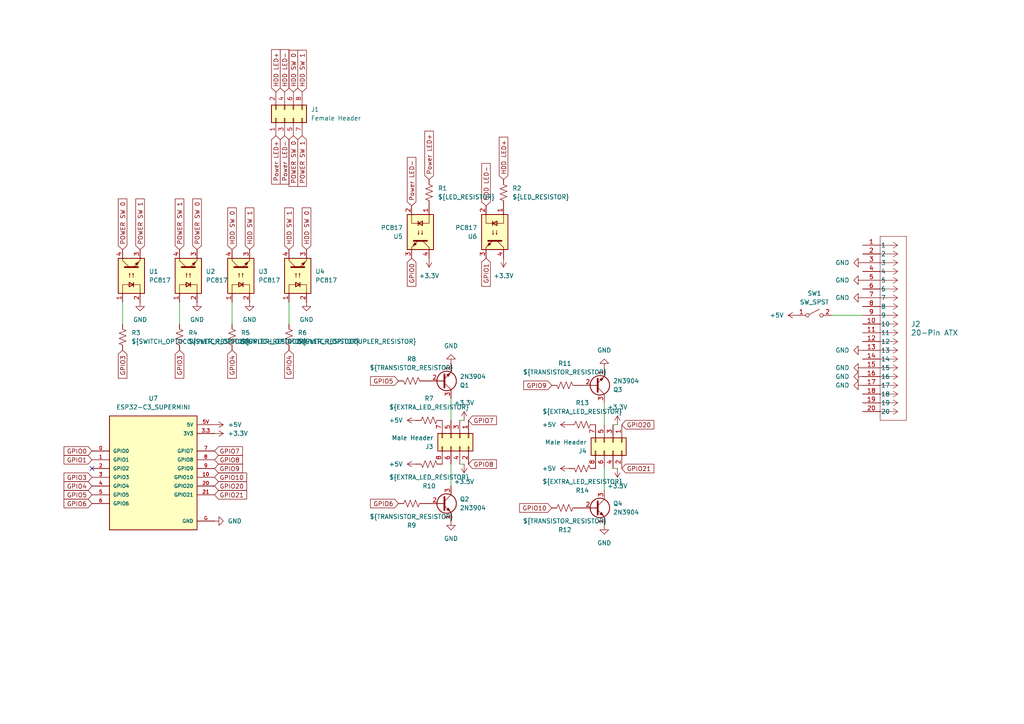
<source format=kicad_sch>
(kicad_sch (version 20231120) (generator "eeschema") (generator_version "8.0")
  (paper "A4")
  (lib_symbols
    (symbol "2024-10-11_01-11-34:2-1586041-0" (pin_names (offset 0.254))
      (property "Reference" "J" (at 8.89 6.35 0))
      (property "Value" "2-1586041-0" (at 0 0 0))
      (symbol "2-1586041-0_1_1"
        (polyline (pts (xy 5.08 -50.8) (xy 12.7 -50.8)) (stroke (width 0.127)))
        (polyline (pts (xy 5.08 2.54) (xy 5.08 -50.8)) (stroke (width 0.127)))
        (polyline (pts (xy 10.16 -48.26) (xy 5.08 -48.26)) (stroke (width 0.127)))
        (polyline (pts (xy 10.16 -48.26) (xy 8.89 -49.1067)) (stroke (width 0.127)))
        (polyline (pts (xy 10.16 -48.26) (xy 8.89 -47.4133)) (stroke (width 0.127)))
        (polyline (pts (xy 10.16 -45.72) (xy 5.08 -45.72)) (stroke (width 0.127)))
        (polyline (pts (xy 10.16 -45.72) (xy 8.89 -46.5667)) (stroke (width 0.127)))
        (polyline (pts (xy 10.16 -45.72) (xy 8.89 -44.8733)) (stroke (width 0.127)))
        (polyline (pts (xy 10.16 -43.18) (xy 5.08 -43.18)) (stroke (width 0.127)))
        (polyline (pts (xy 10.16 -43.18) (xy 8.89 -44.0267)) (stroke (width 0.127)))
        (polyline (pts (xy 10.16 -43.18) (xy 8.89 -42.3333)) (stroke (width 0.127)))
        (polyline (pts (xy 10.16 -40.64) (xy 5.08 -40.64)) (stroke (width 0.127)))
        (polyline (pts (xy 10.16 -40.64) (xy 8.89 -41.4867)) (stroke (width 0.127)))
        (polyline (pts (xy 10.16 -40.64) (xy 8.89 -39.7933)) (stroke (width 0.127)))
        (polyline (pts (xy 10.16 -38.1) (xy 5.08 -38.1)) (stroke (width 0.127)))
        (polyline (pts (xy 10.16 -38.1) (xy 8.89 -38.9467)) (stroke (width 0.127)))
        (polyline (pts (xy 10.16 -38.1) (xy 8.89 -37.2533)) (stroke (width 0.127)))
        (polyline (pts (xy 10.16 -35.56) (xy 5.08 -35.56)) (stroke (width 0.127)))
        (polyline (pts (xy 10.16 -35.56) (xy 8.89 -36.4067)) (stroke (width 0.127)))
        (polyline (pts (xy 10.16 -35.56) (xy 8.89 -34.7133)) (stroke (width 0.127)))
        (polyline (pts (xy 10.16 -33.02) (xy 5.08 -33.02)) (stroke (width 0.127)))
        (polyline (pts (xy 10.16 -33.02) (xy 8.89 -33.8667)) (stroke (width 0.127)))
        (polyline (pts (xy 10.16 -33.02) (xy 8.89 -32.1733)) (stroke (width 0.127)))
        (polyline (pts (xy 10.16 -30.48) (xy 5.08 -30.48)) (stroke (width 0.127)))
        (polyline (pts (xy 10.16 -30.48) (xy 8.89 -31.3267)) (stroke (width 0.127)))
        (polyline (pts (xy 10.16 -30.48) (xy 8.89 -29.6333)) (stroke (width 0.127)))
        (polyline (pts (xy 10.16 -27.94) (xy 5.08 -27.94)) (stroke (width 0.127)))
        (polyline (pts (xy 10.16 -27.94) (xy 8.89 -28.7867)) (stroke (width 0.127)))
        (polyline (pts (xy 10.16 -27.94) (xy 8.89 -27.0933)) (stroke (width 0.127)))
        (polyline (pts (xy 10.16 -25.4) (xy 5.08 -25.4)) (stroke (width 0.127)))
        (polyline (pts (xy 10.16 -25.4) (xy 8.89 -26.2467)) (stroke (width 0.127)))
        (polyline (pts (xy 10.16 -25.4) (xy 8.89 -24.5533)) (stroke (width 0.127)))
        (polyline (pts (xy 10.16 -22.86) (xy 5.08 -22.86)) (stroke (width 0.127)))
        (polyline (pts (xy 10.16 -22.86) (xy 8.89 -23.7067)) (stroke (width 0.127)))
        (polyline (pts (xy 10.16 -22.86) (xy 8.89 -22.0133)) (stroke (width 0.127)))
        (polyline (pts (xy 10.16 -20.32) (xy 5.08 -20.32)) (stroke (width 0.127)))
        (polyline (pts (xy 10.16 -20.32) (xy 8.89 -21.1667)) (stroke (width 0.127)))
        (polyline (pts (xy 10.16 -20.32) (xy 8.89 -19.4733)) (stroke (width 0.127)))
        (polyline (pts (xy 10.16 -17.78) (xy 5.08 -17.78)) (stroke (width 0.127)))
        (polyline (pts (xy 10.16 -17.78) (xy 8.89 -18.6267)) (stroke (width 0.127)))
        (polyline (pts (xy 10.16 -17.78) (xy 8.89 -16.9333)) (stroke (width 0.127)))
        (polyline (pts (xy 10.16 -15.24) (xy 5.08 -15.24)) (stroke (width 0.127)))
        (polyline (pts (xy 10.16 -15.24) (xy 8.89 -16.0867)) (stroke (width 0.127)))
        (polyline (pts (xy 10.16 -15.24) (xy 8.89 -14.3933)) (stroke (width 0.127)))
        (polyline (pts (xy 10.16 -12.7) (xy 5.08 -12.7)) (stroke (width 0.127)))
        (polyline (pts (xy 10.16 -12.7) (xy 8.89 -13.5467)) (stroke (width 0.127)))
        (polyline (pts (xy 10.16 -12.7) (xy 8.89 -11.8533)) (stroke (width 0.127)))
        (polyline (pts (xy 10.16 -10.16) (xy 5.08 -10.16)) (stroke (width 0.127)))
        (polyline (pts (xy 10.16 -10.16) (xy 8.89 -11.0067)) (stroke (width 0.127)))
        (polyline (pts (xy 10.16 -10.16) (xy 8.89 -9.3133)) (stroke (width 0.127)))
        (polyline (pts (xy 10.16 -7.62) (xy 5.08 -7.62)) (stroke (width 0.127)))
        (polyline (pts (xy 10.16 -7.62) (xy 8.89 -8.4667)) (stroke (width 0.127)))
        (polyline (pts (xy 10.16 -7.62) (xy 8.89 -6.7733)) (stroke (width 0.127)))
        (polyline (pts (xy 10.16 -5.08) (xy 5.08 -5.08)) (stroke (width 0.127)))
        (polyline (pts (xy 10.16 -5.08) (xy 8.89 -5.9267)) (stroke (width 0.127)))
        (polyline (pts (xy 10.16 -5.08) (xy 8.89 -4.2333)) (stroke (width 0.127)))
        (polyline (pts (xy 10.16 -2.54) (xy 5.08 -2.54)) (stroke (width 0.127)))
        (polyline (pts (xy 10.16 -2.54) (xy 8.89 -3.3867)) (stroke (width 0.127)))
        (polyline (pts (xy 10.16 -2.54) (xy 8.89 -1.6933)) (stroke (width 0.127)))
        (polyline (pts (xy 10.16 0) (xy 5.08 0)) (stroke (width 0.127)))
        (polyline (pts (xy 10.16 0) (xy 8.89 -0.8467)) (stroke (width 0.127)))
        (polyline (pts (xy 10.16 0) (xy 8.89 0.8467)) (stroke (width 0.127)))
        (polyline (pts (xy 12.7 -50.8) (xy 12.7 2.54)) (stroke (width 0.127)))
        (polyline (pts (xy 12.7 2.54) (xy 5.08 2.54)) (stroke (width 0.127)))
        (pin unspecified line (at 0 0 0) (length 5.08) (name "1") (number "1"))
        (pin unspecified line (at 0 -22.86 0) (length 5.08) (name "10") (number "10"))
        (pin unspecified line (at 0 -25.4 0) (length 5.08) (name "11") (number "11"))
        (pin unspecified line (at 0 -27.94 0) (length 5.08) (name "12") (number "12"))
        (pin unspecified line (at 0 -30.48 0) (length 5.08) (name "13") (number "13"))
        (pin unspecified line (at 0 -33.02 0) (length 5.08) (name "14") (number "14"))
        (pin unspecified line (at 0 -35.56 0) (length 5.08) (name "15") (number "15"))
        (pin unspecified line (at 0 -38.1 0) (length 5.08) (name "16") (number "16"))
        (pin unspecified line (at 0 -40.64 0) (length 5.08) (name "17") (number "17"))
        (pin unspecified line (at 0 -43.18 0) (length 5.08) (name "18") (number "18"))
        (pin unspecified line (at 0 -45.72 0) (length 5.08) (name "19") (number "19"))
        (pin unspecified line (at 0 -2.54 0) (length 5.08) (name "2") (number "2"))
        (pin unspecified line (at 0 -48.26 0) (length 5.08) (name "20") (number "20"))
        (pin unspecified line (at 0 -5.08 0) (length 5.08) (name "3") (number "3"))
        (pin unspecified line (at 0 -7.62 0) (length 5.08) (name "4") (number "4"))
        (pin unspecified line (at 0 -10.16 0) (length 5.08) (name "5") (number "5"))
        (pin unspecified line (at 0 -12.7 0) (length 5.08) (name "6") (number "6"))
        (pin unspecified line (at 0 -15.24 0) (length 5.08) (name "7") (number "7"))
        (pin unspecified line (at 0 -17.78 0) (length 5.08) (name "8") (number "8"))
        (pin unspecified line (at 0 -20.32 0) (length 5.08) (name "9") (number "9"))
      )
      (symbol "2-1586041-0_1_2"
        (polyline (pts (xy 5.08 -50.8) (xy 12.7 -50.8)) (stroke (width 0.127)))
        (polyline (pts (xy 5.08 2.54) (xy 5.08 -50.8)) (stroke (width 0.127)))
        (polyline (pts (xy 7.62 -48.26) (xy 5.08 -48.26)) (stroke (width 0.127)))
        (polyline (pts (xy 7.62 -48.26) (xy 8.89 -49.1067)) (stroke (width 0.127)))
        (polyline (pts (xy 7.62 -48.26) (xy 8.89 -47.4133)) (stroke (width 0.127)))
        (polyline (pts (xy 7.62 -45.72) (xy 5.08 -45.72)) (stroke (width 0.127)))
        (polyline (pts (xy 7.62 -45.72) (xy 8.89 -46.5667)) (stroke (width 0.127)))
        (polyline (pts (xy 7.62 -45.72) (xy 8.89 -44.8733)) (stroke (width 0.127)))
        (polyline (pts (xy 7.62 -43.18) (xy 5.08 -43.18)) (stroke (width 0.127)))
        (polyline (pts (xy 7.62 -43.18) (xy 8.89 -44.0267)) (stroke (width 0.127)))
        (polyline (pts (xy 7.62 -43.18) (xy 8.89 -42.3333)) (stroke (width 0.127)))
        (polyline (pts (xy 7.62 -40.64) (xy 5.08 -40.64)) (stroke (width 0.127)))
        (polyline (pts (xy 7.62 -40.64) (xy 8.89 -41.4867)) (stroke (width 0.127)))
        (polyline (pts (xy 7.62 -40.64) (xy 8.89 -39.7933)) (stroke (width 0.127)))
        (polyline (pts (xy 7.62 -38.1) (xy 5.08 -38.1)) (stroke (width 0.127)))
        (polyline (pts (xy 7.62 -38.1) (xy 8.89 -38.9467)) (stroke (width 0.127)))
        (polyline (pts (xy 7.62 -38.1) (xy 8.89 -37.2533)) (stroke (width 0.127)))
        (polyline (pts (xy 7.62 -35.56) (xy 5.08 -35.56)) (stroke (width 0.127)))
        (polyline (pts (xy 7.62 -35.56) (xy 8.89 -36.4067)) (stroke (width 0.127)))
        (polyline (pts (xy 7.62 -35.56) (xy 8.89 -34.7133)) (stroke (width 0.127)))
        (polyline (pts (xy 7.62 -33.02) (xy 5.08 -33.02)) (stroke (width 0.127)))
        (polyline (pts (xy 7.62 -33.02) (xy 8.89 -33.8667)) (stroke (width 0.127)))
        (polyline (pts (xy 7.62 -33.02) (xy 8.89 -32.1733)) (stroke (width 0.127)))
        (polyline (pts (xy 7.62 -30.48) (xy 5.08 -30.48)) (stroke (width 0.127)))
        (polyline (pts (xy 7.62 -30.48) (xy 8.89 -31.3267)) (stroke (width 0.127)))
        (polyline (pts (xy 7.62 -30.48) (xy 8.89 -29.6333)) (stroke (width 0.127)))
        (polyline (pts (xy 7.62 -27.94) (xy 5.08 -27.94)) (stroke (width 0.127)))
        (polyline (pts (xy 7.62 -27.94) (xy 8.89 -28.7867)) (stroke (width 0.127)))
        (polyline (pts (xy 7.62 -27.94) (xy 8.89 -27.0933)) (stroke (width 0.127)))
        (polyline (pts (xy 7.62 -25.4) (xy 5.08 -25.4)) (stroke (width 0.127)))
        (polyline (pts (xy 7.62 -25.4) (xy 8.89 -26.2467)) (stroke (width 0.127)))
        (polyline (pts (xy 7.62 -25.4) (xy 8.89 -24.5533)) (stroke (width 0.127)))
        (polyline (pts (xy 7.62 -22.86) (xy 5.08 -22.86)) (stroke (width 0.127)))
        (polyline (pts (xy 7.62 -22.86) (xy 8.89 -23.7067)) (stroke (width 0.127)))
        (polyline (pts (xy 7.62 -22.86) (xy 8.89 -22.0133)) (stroke (width 0.127)))
        (polyline (pts (xy 7.62 -20.32) (xy 5.08 -20.32)) (stroke (width 0.127)))
        (polyline (pts (xy 7.62 -20.32) (xy 8.89 -21.1667)) (stroke (width 0.127)))
        (polyline (pts (xy 7.62 -20.32) (xy 8.89 -19.4733)) (stroke (width 0.127)))
        (polyline (pts (xy 7.62 -17.78) (xy 5.08 -17.78)) (stroke (width 0.127)))
        (polyline (pts (xy 7.62 -17.78) (xy 8.89 -18.6267)) (stroke (width 0.127)))
        (polyline (pts (xy 7.62 -17.78) (xy 8.89 -16.9333)) (stroke (width 0.127)))
        (polyline (pts (xy 7.62 -15.24) (xy 5.08 -15.24)) (stroke (width 0.127)))
        (polyline (pts (xy 7.62 -15.24) (xy 8.89 -16.0867)) (stroke (width 0.127)))
        (polyline (pts (xy 7.62 -15.24) (xy 8.89 -14.3933)) (stroke (width 0.127)))
        (polyline (pts (xy 7.62 -12.7) (xy 5.08 -12.7)) (stroke (width 0.127)))
        (polyline (pts (xy 7.62 -12.7) (xy 8.89 -13.5467)) (stroke (width 0.127)))
        (polyline (pts (xy 7.62 -12.7) (xy 8.89 -11.8533)) (stroke (width 0.127)))
        (polyline (pts (xy 7.62 -10.16) (xy 5.08 -10.16)) (stroke (width 0.127)))
        (polyline (pts (xy 7.62 -10.16) (xy 8.89 -11.0067)) (stroke (width 0.127)))
        (polyline (pts (xy 7.62 -10.16) (xy 8.89 -9.3133)) (stroke (width 0.127)))
        (polyline (pts (xy 7.62 -7.62) (xy 5.08 -7.62)) (stroke (width 0.127)))
        (polyline (pts (xy 7.62 -7.62) (xy 8.89 -8.4667)) (stroke (width 0.127)))
        (polyline (pts (xy 7.62 -7.62) (xy 8.89 -6.7733)) (stroke (width 0.127)))
        (polyline (pts (xy 7.62 -5.08) (xy 5.08 -5.08)) (stroke (width 0.127)))
        (polyline (pts (xy 7.62 -5.08) (xy 8.89 -5.9267)) (stroke (width 0.127)))
        (polyline (pts (xy 7.62 -5.08) (xy 8.89 -4.2333)) (stroke (width 0.127)))
        (polyline (pts (xy 7.62 -2.54) (xy 5.08 -2.54)) (stroke (width 0.127)))
        (polyline (pts (xy 7.62 -2.54) (xy 8.89 -3.3867)) (stroke (width 0.127)))
        (polyline (pts (xy 7.62 -2.54) (xy 8.89 -1.6933)) (stroke (width 0.127)))
        (polyline (pts (xy 7.62 0) (xy 5.08 0)) (stroke (width 0.127)))
        (polyline (pts (xy 7.62 0) (xy 8.89 -0.8467)) (stroke (width 0.127)))
        (polyline (pts (xy 7.62 0) (xy 8.89 0.8467)) (stroke (width 0.127)))
        (polyline (pts (xy 12.7 -50.8) (xy 12.7 2.54)) (stroke (width 0.127)))
        (polyline (pts (xy 12.7 2.54) (xy 5.08 2.54)) (stroke (width 0.127)))
        (pin unspecified line (at 0 0 0) (length 5.08) (name "1") (number "1"))
        (pin unspecified line (at 0 -22.86 0) (length 5.08) (name "10") (number "10"))
        (pin unspecified line (at 0 -25.4 0) (length 5.08) (name "11") (number "11"))
        (pin unspecified line (at 0 -27.94 0) (length 5.08) (name "12") (number "12"))
        (pin unspecified line (at 0 -30.48 0) (length 5.08) (name "13") (number "13"))
        (pin unspecified line (at 0 -33.02 0) (length 5.08) (name "14") (number "14"))
        (pin unspecified line (at 0 -35.56 0) (length 5.08) (name "15") (number "15"))
        (pin unspecified line (at 0 -38.1 0) (length 5.08) (name "16") (number "16"))
        (pin unspecified line (at 0 -40.64 0) (length 5.08) (name "17") (number "17"))
        (pin unspecified line (at 0 -43.18 0) (length 5.08) (name "18") (number "18"))
        (pin unspecified line (at 0 -45.72 0) (length 5.08) (name "19") (number "19"))
        (pin unspecified line (at 0 -2.54 0) (length 5.08) (name "2") (number "2"))
        (pin unspecified line (at 0 -48.26 0) (length 5.08) (name "20") (number "20"))
        (pin unspecified line (at 0 -5.08 0) (length 5.08) (name "3") (number "3"))
        (pin unspecified line (at 0 -7.62 0) (length 5.08) (name "4") (number "4"))
        (pin unspecified line (at 0 -10.16 0) (length 5.08) (name "5") (number "5"))
        (pin unspecified line (at 0 -12.7 0) (length 5.08) (name "6") (number "6"))
        (pin unspecified line (at 0 -15.24 0) (length 5.08) (name "7") (number "7"))
        (pin unspecified line (at 0 -17.78 0) (length 5.08) (name "8") (number "8"))
        (pin unspecified line (at 0 -20.32 0) (length 5.08) (name "9") (number "9"))
      )
    )
    (symbol "Connector_Generic:Conn_02x04_Odd_Even" (pin_names (offset 1.016) hide)
      (property "Reference" "J" (at 1.27 5.08 0))
      (property "Value" "Conn_02x04_Odd_Even" (at 1.27 -7.62 0))
      (symbol "Conn_02x04_Odd_Even_1_1"
        (rectangle (start -1.27 -4.953) (end 0 -5.207) (stroke (width 0.1524)))
        (rectangle (start -1.27 -2.413) (end 0 -2.667) (stroke (width 0.1524)))
        (rectangle (start -1.27 0.127) (end 0 -0.127) (stroke (width 0.1524)))
        (rectangle (start -1.27 2.667) (end 0 2.413) (stroke (width 0.1524)))
        (rectangle (start -1.27 3.81) (end 3.81 -6.35) (stroke (width 0.254)) (fill (type background)))
        (rectangle (start 3.81 -4.953) (end 2.54 -5.207) (stroke (width 0.1524)))
        (rectangle (start 3.81 -2.413) (end 2.54 -2.667) (stroke (width 0.1524)))
        (rectangle (start 3.81 0.127) (end 2.54 -0.127) (stroke (width 0.1524)))
        (rectangle (start 3.81 2.667) (end 2.54 2.413) (stroke (width 0.1524)))
        (pin passive line (at -5.08 2.54 0) (length 3.81) (name "Pin_1") (number "1"))
        (pin passive line (at 7.62 2.54 180) (length 3.81) (name "Pin_2") (number "2"))
        (pin passive line (at -5.08 0 0) (length 3.81) (name "Pin_3") (number "3"))
        (pin passive line (at 7.62 0 180) (length 3.81) (name "Pin_4") (number "4"))
        (pin passive line (at -5.08 -2.54 0) (length 3.81) (name "Pin_5") (number "5"))
        (pin passive line (at 7.62 -2.54 180) (length 3.81) (name "Pin_6") (number "6"))
        (pin passive line (at -5.08 -5.08 0) (length 3.81) (name "Pin_7") (number "7"))
        (pin passive line (at 7.62 -5.08 180) (length 3.81) (name "Pin_8") (number "8"))
      )
    )
    (symbol "Device:R_US" (pin_numbers hide) (pin_names (offset 0))
      (property "Reference" "R" (at 2.54 0 90))
      (property "Value" "R_US" (at -2.54 0 90))
      (symbol "R_US_0_1"
        (polyline (pts (xy 0 -2.286) (xy 0 -2.54)))
        (polyline (pts (xy 0 2.286) (xy 0 2.54)))
        (polyline (pts (xy 0 -0.762) (xy 1.016 -1.143) (xy 0 -1.524) (xy -1.016 -1.905) (xy 0 -2.286)))
        (polyline (pts (xy 0 0.762) (xy 1.016 0.381) (xy 0 0) (xy -1.016 -0.381) (xy 0 -0.762)))
        (polyline (pts (xy 0 2.286) (xy 1.016 1.905) (xy 0 1.524) (xy -1.016 1.143) (xy 0 0.762)))
      )
      (symbol "R_US_1_1"
        (pin passive line (at 0 3.81 270) (length 1.27) (name "~") (number "1"))
        (pin passive line (at 0 -3.81 90) (length 1.27) (name "~") (number "2"))
      )
    )
    (symbol "ESP32-C3_SUPERMINI:ESP32-C3_SUPERMINI" (pin_names (offset 1.016))
      (property "Reference" "U" (at -12.7 16.002 0))
      (property "Value" "ESP32-C3_SUPERMINI" (at -12.7 -20.32 0))
      (symbol "ESP32-C3_SUPERMINI_0_0"
        (rectangle (start -12.7 -17.78) (end 12.7 15.24) (stroke (width 0.254)) (fill (type background)))
        (pin bidirectional line (at -17.78 5.08 0) (length 5.08) (name "GPIO0") (number "0"))
        (pin bidirectional line (at -17.78 2.54 0) (length 5.08) (name "GPIO1") (number "1"))
        (pin bidirectional line (at 17.78 -2.54 180) (length 5.08) (name "GPIO10") (number "10"))
        (pin bidirectional line (at -17.78 0 0) (length 5.08) (name "GPIO2") (number "2"))
        (pin bidirectional line (at 17.78 -5.08 180) (length 5.08) (name "GPIO20") (number "20"))
        (pin bidirectional line (at 17.78 -7.62 180) (length 5.08) (name "GPIO21") (number "21"))
        (pin bidirectional line (at -17.78 -2.54 0) (length 5.08) (name "GPIO3") (number "3"))
        (pin power_in line (at 17.78 10.16 180) (length 5.08) (name "3V3") (number "3.3"))
        (pin bidirectional line (at -17.78 -5.08 0) (length 5.08) (name "GPIO4") (number "4"))
        (pin bidirectional line (at -17.78 -7.62 0) (length 5.08) (name "GPIO5") (number "5"))
        (pin power_in line (at 17.78 12.7 180) (length 5.08) (name "5V") (number "5V"))
        (pin bidirectional line (at -17.78 -10.16 0) (length 5.08) (name "GPIO6") (number "6"))
        (pin bidirectional line (at 17.78 5.08 180) (length 5.08) (name "GPIO7") (number "7"))
        (pin bidirectional line (at 17.78 2.54 180) (length 5.08) (name "GPIO8") (number "8"))
        (pin bidirectional line (at 17.78 0 180) (length 5.08) (name "GPIO9") (number "9"))
        (pin power_in line (at 17.78 -15.24 180) (length 5.08) (name "GND") (number "G"))
      )
    )
    (symbol "Isolator:PC817" (pin_names (offset 1.016))
      (property "Reference" "U" (at -5.08 5.08 0))
      (property "Value" "PC817" (at 0 5.08 0))
      (symbol "PC817_0_1"
        (rectangle (start -5.08 3.81) (end 5.08 -3.81) (stroke (width 0.254)) (fill (type background)))
        (polyline (pts (xy -3.175 -0.635) (xy -1.905 -0.635)) (stroke (width 0.254)))
        (polyline (pts (xy 2.54 0.635) (xy 4.445 2.54)))
        (polyline (pts (xy 4.445 -2.54) (xy 2.54 -0.635)) (fill (type outline)))
        (polyline (pts (xy 4.445 -2.54) (xy 5.08 -2.54)))
        (polyline (pts (xy 4.445 2.54) (xy 5.08 2.54)))
        (polyline (pts (xy -5.08 2.54) (xy -2.54 2.54) (xy -2.54 -0.635)))
        (polyline (pts (xy -2.54 -0.635) (xy -2.54 -2.54) (xy -5.08 -2.54)))
        (polyline (pts (xy 2.54 1.905) (xy 2.54 -1.905) (xy 2.54 -1.905)) (stroke (width 0.508)))
        (polyline (pts (xy -2.54 -0.635) (xy -3.175 0.635) (xy -1.905 0.635) (xy -2.54 -0.635)) (stroke (width 0.254)))
        (polyline (pts (xy -0.508 -0.508) (xy 0.762 -0.508) (xy 0.381 -0.635) (xy 0.381 -0.381) (xy 0.762 -0.508)))
        (polyline (pts (xy -0.508 0.508) (xy 0.762 0.508) (xy 0.381 0.381) (xy 0.381 0.635) (xy 0.762 0.508)))
        (polyline (pts (xy 3.048 -1.651) (xy 3.556 -1.143) (xy 4.064 -2.159) (xy 3.048 -1.651) (xy 3.048 -1.651)) (fill (type outline)))
      )
      (symbol "PC817_1_1"
        (pin passive line (at -7.62 2.54 0) (length 2.54) (name "~") (number "1"))
        (pin passive line (at -7.62 -2.54 0) (length 2.54) (name "~") (number "2"))
        (pin passive line (at 7.62 -2.54 180) (length 2.54) (name "~") (number "3"))
        (pin passive line (at 7.62 2.54 180) (length 2.54) (name "~") (number "4"))
      )
    )
    (symbol "Switch:SW_SPST" (pin_names (offset 0) hide)
      (property "Reference" "SW" (at 0 3.175 0))
      (property "Value" "SW_SPST" (at 0 -2.54 0))
      (symbol "SW_SPST_0_0"
        (circle (center -2.032 0) (radius 0.508))
        (polyline (pts (xy -1.524 0.254) (xy 1.524 1.778)))
        (circle (center 2.032 0) (radius 0.508))
      )
      (symbol "SW_SPST_1_1"
        (pin passive line (at -5.08 0 0) (length 2.54) (name "A") (number "1"))
        (pin passive line (at 5.08 0 180) (length 2.54) (name "B") (number "2"))
      )
    )
    (symbol "Transistor_BJT:2N3904" (pin_names (offset 0) hide)
      (property "Reference" "Q" (at 5.08 1.905 0))
      (property "Value" "2N3904" (at 5.08 0 0))
      (symbol "2N3904_0_1"
        (polyline (pts (xy 0.635 0.635) (xy 2.54 2.54)))
        (polyline (pts (xy 0.635 -0.635) (xy 2.54 -2.54) (xy 2.54 -2.54)))
        (polyline (pts (xy 0.635 1.905) (xy 0.635 -1.905) (xy 0.635 -1.905)) (stroke (width 0.508)))
        (polyline (pts (xy 1.27 -1.778) (xy 1.778 -1.27) (xy 2.286 -2.286) (xy 1.27 -1.778) (xy 1.27 -1.778)) (fill (type outline)))
        (circle (center 1.27 0) (radius 2.8194) (stroke (width 0.254)))
      )
      (symbol "2N3904_1_1"
        (pin passive line (at 2.54 -5.08 90) (length 2.54) (name "E") (number "1"))
        (pin passive line (at -5.08 0 0) (length 5.715) (name "B") (number "2"))
        (pin passive line (at 2.54 5.08 270) (length 2.54) (name "C") (number "3"))
      )
    )
    (symbol "power:+3.3V" (power) (pin_numbers hide) (pin_names (offset 0) hide)
      (property "Value" "+3.3V" (at 0 3.556 0))
      (symbol "+3.3V_0_1"
        (polyline (pts (xy -0.762 1.27) (xy 0 2.54)))
        (polyline (pts (xy 0 0) (xy 0 2.54)))
        (polyline (pts (xy 0 2.54) (xy 0.762 1.27)))
      )
      (symbol "+3.3V_1_1"
        (pin power_in line (at 0 0 90) (length 0) (name "~") (number "1"))
      )
    )
    (symbol "power:+5V" (power) (pin_numbers hide) (pin_names (offset 0) hide)
      (property "Value" "+5V" (at 0 3.556 0))
      (symbol "+5V_0_1"
        (polyline (pts (xy -0.762 1.27) (xy 0 2.54)))
        (polyline (pts (xy 0 0) (xy 0 2.54)))
        (polyline (pts (xy 0 2.54) (xy 0.762 1.27)))
      )
      (symbol "+5V_1_1"
        (pin power_in line (at 0 0 90) (length 0) (name "~") (number "1"))
      )
    )
    (symbol "power:GND" (power) (pin_numbers hide) (pin_names (offset 0) hide)
      (property "Value" "GND" (at 0 -3.81 0))
      (symbol "GND_0_1"
        (polyline (pts (xy 0 0) (xy 0 -1.27) (xy 1.27 -1.27) (xy 0 -2.54) (xy -1.27 -1.27) (xy 0 -1.27)))
      )
      (symbol "GND_1_1"
        (pin power_in line (at 0 0 270) (length 0) (name "~") (number "1"))
      )
    )
  )
  (no_connect (at 26.67 135.89))
  (wire (pts (xy 67.31 93.98) (xy 67.31 87.63)))
  (wire (pts (xy 130.81 134.62) (xy 130.81 140.97)))
  (wire (pts (xy 134.62 134.62) (xy 133.35 134.62)))
  (wire (pts (xy 52.07 93.98) (xy 52.07 87.63)))
  (wire (pts (xy 83.82 93.98) (xy 83.82 87.63)))
  (wire (pts (xy 130.81 115.57) (xy 130.81 121.92)))
  (wire (pts (xy 179.07 135.89) (xy 177.8 135.89)))
  (wire (pts (xy 175.26 135.89) (xy 175.26 142.24)))
  (wire (pts (xy 35.56 93.98) (xy 35.56 87.63)))
  (wire (pts (xy 133.35 121.92) (xy 134.62 121.92)))
  (wire (pts (xy 177.8 123.19) (xy 179.07 123.19)))
  (wire (pts (xy 250.19 91.44) (xy 241.3 91.44)))
  (wire (pts (xy 175.26 116.84) (xy 175.26 123.19)))
  (global_label "GPIO21" (shape input) (at 180.34 135.89 0) (property "Intersheetrefs" "${INTERSHEET_REFS}" (effects (hide yes))))
  (global_label "HDD SW 0" (shape input) (at 88.9 72.39 90) (property "Intersheetrefs" "${INTERSHEET_REFS}" (effects (hide yes))))
  (global_label "HDD LED+" (shape input) (at 80.01 26.67 90) (property "Intersheetrefs" "${INTERSHEET_REFS}" (effects (hide yes))))
  (global_label "HDD LED-" (shape input) (at 140.97 59.69 90) (property "Intersheetrefs" "${INTERSHEET_REFS}" (effects (hide yes))))
  (global_label "GPIO4" (shape input) (at 83.82 101.6 270) (property "Intersheetrefs" "${INTERSHEET_REFS}" (effects (hide yes))))
  (global_label "GPIO3" (shape input) (at 35.56 101.6 270) (property "Intersheetrefs" "${INTERSHEET_REFS}" (effects (hide yes))))
  (global_label "HDD LED+" (shape input) (at 146.05 52.07 90) (property "Intersheetrefs" "${INTERSHEET_REFS}" (effects (hide yes))))
  (global_label "Power LED-" (shape input) (at 82.55 39.37 270) (property "Intersheetrefs" "${INTERSHEET_REFS}" (effects (hide yes))))
  (global_label "GPIO3" (shape input) (at 52.07 101.6 270) (property "Intersheetrefs" "${INTERSHEET_REFS}" (effects (hide yes))))
  (global_label "HDD SW 1" (shape input) (at 72.39 72.39 90) (property "Intersheetrefs" "${INTERSHEET_REFS}" (effects (hide yes))))
  (global_label "POWER SW 0" (shape input) (at 35.56 72.39 90) (property "Intersheetrefs" "${INTERSHEET_REFS}" (effects (hide yes))))
  (global_label "GPIO6" (shape input) (at 26.67 146.05 180) (property "Intersheetrefs" "${INTERSHEET_REFS}" (effects (hide yes))))
  (global_label "GPIO5" (shape input) (at 115.57 110.49 180) (property "Intersheetrefs" "${INTERSHEET_REFS}" (effects (hide yes))))
  (global_label "GPIO21" (shape input) (at 62.23 143.51 0) (property "Intersheetrefs" "${INTERSHEET_REFS}" (effects (hide yes))))
  (global_label "GPIO10" (shape input) (at 160.02 147.32 180) (property "Intersheetrefs" "${INTERSHEET_REFS}" (effects (hide yes))))
  (global_label "Power LED-" (shape input) (at 119.38 59.69 90) (property "Intersheetrefs" "${INTERSHEET_REFS}" (effects (hide yes))))
  (global_label "POWER SW 1" (shape input) (at 87.63 39.37 270) (property "Intersheetrefs" "${INTERSHEET_REFS}" (effects (hide yes))))
  (global_label "GPIO1" (shape input) (at 26.67 133.35 180) (property "Intersheetrefs" "${INTERSHEET_REFS}" (effects (hide yes))))
  (global_label "HDD SW 1" (shape input) (at 87.63 26.67 90) (property "Intersheetrefs" "${INTERSHEET_REFS}" (effects (hide yes))))
  (global_label "GPIO5" (shape input) (at 26.67 143.51 180) (property "Intersheetrefs" "${INTERSHEET_REFS}" (effects (hide yes))))
  (global_label "GPIO7" (shape input) (at 135.89 121.92 0) (property "Intersheetrefs" "${INTERSHEET_REFS}" (effects (hide yes))))
  (global_label "GPIO8" (shape input) (at 135.89 134.62 0) (property "Intersheetrefs" "${INTERSHEET_REFS}" (effects (hide yes))))
  (global_label "GPIO4" (shape input) (at 26.67 140.97 180) (property "Intersheetrefs" "${INTERSHEET_REFS}" (effects (hide yes))))
  (global_label "HDD LED-" (shape input) (at 82.55 26.67 90) (property "Intersheetrefs" "${INTERSHEET_REFS}" (effects (hide yes))))
  (global_label "GPIO9" (shape input) (at 62.23 135.89 0) (property "Intersheetrefs" "${INTERSHEET_REFS}" (effects (hide yes))))
  (global_label "GPIO9" (shape input) (at 160.02 111.76 180) (property "Intersheetrefs" "${INTERSHEET_REFS}" (effects (hide yes))))
  (global_label "POWER SW 0" (shape input) (at 85.09 39.37 270) (property "Intersheetrefs" "${INTERSHEET_REFS}" (effects (hide yes))))
  (global_label "GPIO0" (shape input) (at 26.67 130.81 180) (property "Intersheetrefs" "${INTERSHEET_REFS}" (effects (hide yes))))
  (global_label "GPIO20" (shape input) (at 180.34 123.19 0) (property "Intersheetrefs" "${INTERSHEET_REFS}" (effects (hide yes))))
  (global_label "Power LED+" (shape input) (at 80.01 39.37 270) (property "Intersheetrefs" "${INTERSHEET_REFS}" (effects (hide yes))))
  (global_label "Power LED+" (shape input) (at 124.46 52.07 90) (property "Intersheetrefs" "${INTERSHEET_REFS}" (effects (hide yes))))
  (global_label "GPIO0" (shape input) (at 119.38 74.93 270) (property "Intersheetrefs" "${INTERSHEET_REFS}" (effects (hide yes))))
  (global_label "HDD SW 1" (shape input) (at 83.82 72.39 90) (property "Intersheetrefs" "${INTERSHEET_REFS}" (effects (hide yes))))
  (global_label "GPIO8" (shape input) (at 62.23 133.35 0) (property "Intersheetrefs" "${INTERSHEET_REFS}" (effects (hide yes))))
  (global_label "GPIO10" (shape input) (at 62.23 138.43 0) (property "Intersheetrefs" "${INTERSHEET_REFS}" (effects (hide yes))))
  (global_label "GPIO7" (shape input) (at 62.23 130.81 0) (property "Intersheetrefs" "${INTERSHEET_REFS}" (effects (hide yes))))
  (global_label "GPIO20" (shape input) (at 62.23 140.97 0) (property "Intersheetrefs" "${INTERSHEET_REFS}" (effects (hide yes))))
  (global_label "GPIO4" (shape input) (at 67.31 101.6 270) (property "Intersheetrefs" "${INTERSHEET_REFS}" (effects (hide yes))))
  (global_label "POWER SW 1" (shape input) (at 40.64 72.39 90) (property "Intersheetrefs" "${INTERSHEET_REFS}" (effects (hide yes))))
  (global_label "HDD SW 0" (shape input) (at 85.09 26.67 90) (property "Intersheetrefs" "${INTERSHEET_REFS}" (effects (hide yes))))
  (global_label "POWER SW 0" (shape input) (at 57.15 72.39 90) (property "Intersheetrefs" "${INTERSHEET_REFS}" (effects (hide yes))))
  (global_label "HDD SW 0" (shape input) (at 67.31 72.39 90) (property "Intersheetrefs" "${INTERSHEET_REFS}" (effects (hide yes))))
  (global_label "GPIO3" (shape input) (at 26.67 138.43 180) (property "Intersheetrefs" "${INTERSHEET_REFS}" (effects (hide yes))))
  (global_label "GPIO6" (shape input) (at 115.57 146.05 180) (property "Intersheetrefs" "${INTERSHEET_REFS}" (effects (hide yes))))
  (global_label "POWER SW 1" (shape input) (at 52.07 72.39 90) (property "Intersheetrefs" "${INTERSHEET_REFS}" (effects (hide yes))))
  (global_label "GPIO1" (shape input) (at 140.97 74.93 270) (property "Intersheetrefs" "${INTERSHEET_REFS}" (effects (hide yes))))
  (symbol (lib_id "Isolator:PC817") (at 143.51 67.31 270) (unit 1)
    (property "Reference" "U6" (at 138.43 68.5801 90) (effects (justify right)))
    (property "Value" "PC817" (at 138.43 66.0401 90) (effects (justify right)))
    (property "Footprint" "Package_DIP:DIP-4_W7.62mm" (effects (hide yes)))
    (property "Datasheet" "http://www.soselectronic.cz/a_info/resource/d/pc817.pdf" (effects (hide yes)))
    (property "Description" "DC Optocoupler, Vce 35V, CTR 50-300%, DIP-4" (effects (hide yes)))
  )
  (symbol (lib_id "Switch:SW_SPST") (at 236.22 91.44 0) (unit 1)
    (property "Reference" "SW1" (at 236.22 85.09 0))
    (property "Value" "SW_SPST" (at 236.22 87.63 0))
    (property "Footprint" "KiCad Assets:SW_RB141C1100" (effects (hide yes)))
    (property "Description" "Single Pole Single Throw (SPST) switch" (effects (hide yes)))
  )
  (symbol (lib_id "Device:R_US") (at 168.91 135.89 90) (mirror x) (unit 1)
    (property "Reference" "R14" (at 168.91 142.24 90))
    (property "Value" "${EXTRA_LED_RESISTOR}" (at 168.91 139.7 90))
    (property "Footprint" "Resistor_THT:R_Axial_DIN0207_L6.3mm_D2.5mm_P10.16mm_Horizontal" (effects (hide yes)))
    (property "Description" "Resistor, US symbol" (effects (hide yes)))
  )
  (symbol (lib_id "power:GND") (at 88.9 87.63 0) (unit 1)
    (property "Reference" "#PWR017" (effects (hide yes)))
    (property "Value" "GND" (at 88.9 92.71 0))
    (property "Description" "Power symbol creates a global label with name \"GND\" , ground" (effects (hide yes)))
  )
  (symbol (lib_id "power:GND") (at 57.15 87.63 0) (unit 1)
    (property "Reference" "#PWR015" (effects (hide yes)))
    (property "Value" "GND" (at 57.15 92.71 0))
    (property "Description" "Power symbol creates a global label with name \"GND\" , ground" (effects (hide yes)))
  )
  (symbol (lib_id "power:GND") (at 250.19 106.68 270) (unit 1)
    (property "Reference" "#PWR05" (effects (hide yes)))
    (property "Value" "GND" (at 246.38 106.6799 90) (effects (justify right)))
    (property "Description" "Power symbol creates a global label with name \"GND\" , ground" (effects (hide yes)))
  )
  (symbol (lib_id "Device:R_US") (at 83.82 97.79 0) (unit 1)
    (property "Reference" "R6" (at 86.36 96.5199 0) (effects (justify left)))
    (property "Value" "${SWITCH_OPTOCOUPLER_RESISTOR}" (at 86.36 99.0599 0) (effects (justify left)))
    (property "Footprint" "Resistor_THT:R_Axial_DIN0207_L6.3mm_D2.5mm_P10.16mm_Horizontal" (effects (hide yes)))
    (property "Description" "Resistor, US symbol" (effects (hide yes)))
  )
  (symbol (lib_id "power:GND") (at 250.19 111.76 270) (unit 1)
    (property "Reference" "#PWR08" (effects (hide yes)))
    (property "Value" "GND" (at 246.38 111.7599 90) (effects (justify right)))
    (property "Description" "Power symbol creates a global label with name \"GND\" , ground" (effects (hide yes)))
  )
  (symbol (lib_id "Connector_Generic:Conn_02x04_Odd_Even") (at 177.8 128.27 270) (unit 1)
    (property "Reference" "J4" (at 170.18 130.8101 90) (effects (justify right)))
    (property "Value" "Male Header" (at 170.18 128.2701 90) (effects (justify right)))
    (property "Footprint" "Connector_PinHeader_2.54mm:PinHeader_2x04_P2.54mm_Horizontal" (effects (hide yes)))
    (property "Description" "Generic connector, double row, 02x04, odd/even pin numbering scheme (row 1 odd numbers, row 2 even numbers), script generated (kicad-library-utils/schlib/autogen/connector/)" (effects (hide yes)))
  )
  (symbol (lib_id "Isolator:PC817") (at 121.92 67.31 270) (unit 1)
    (property "Reference" "U5" (at 116.84 68.5801 90) (effects (justify right)))
    (property "Value" "PC817" (at 116.84 66.0401 90) (effects (justify right)))
    (property "Footprint" "Package_DIP:DIP-4_W7.62mm" (effects (hide yes)))
    (property "Datasheet" "http://www.soselectronic.cz/a_info/resource/d/pc817.pdf" (effects (hide yes)))
    (property "Description" "DC Optocoupler, Vce 35V, CTR 50-300%, DIP-4" (effects (hide yes)))
  )
  (symbol (lib_id "Connector_Generic:Conn_02x04_Odd_Even") (at 133.35 127 270) (unit 1)
    (property "Reference" "J3" (at 125.73 129.5401 90) (effects (justify right)))
    (property "Value" "Male Header" (at 125.73 127.0001 90) (effects (justify right)))
    (property "Footprint" "Connector_PinHeader_2.54mm:PinHeader_2x04_P2.54mm_Horizontal" (effects (hide yes)))
    (property "Description" "Generic connector, double row, 02x04, odd/even pin numbering scheme (row 1 odd numbers, row 2 even numbers), script generated (kicad-library-utils/schlib/autogen/connector/)" (effects (hide yes)))
  )
  (symbol (lib_id "power:+5V") (at 165.1 123.19 90) (mirror x) (unit 1)
    (property "Reference" "#PWR024" (effects (hide yes)))
    (property "Value" "+5V" (at 161.29 123.1899 90) (effects (justify left)))
    (property "Description" "Power symbol creates a global label with name \"+5V\"" (effects (hide yes)))
  )
  (symbol (lib_id "Isolator:PC817") (at 38.1 80.01 90) (unit 1)
    (property "Reference" "U1" (at 43.18 78.7399 90) (effects (justify right)))
    (property "Value" "PC817" (at 43.18 81.2799 90) (effects (justify right)))
    (property "Footprint" "Package_DIP:DIP-4_W7.62mm" (effects (hide yes)))
    (property "Datasheet" "http://www.soselectronic.cz/a_info/resource/d/pc817.pdf" (effects (hide yes)))
    (property "Description" "DC Optocoupler, Vce 35V, CTR 50-300%, DIP-4" (effects (hide yes)))
  )
  (symbol (lib_id "power:GND") (at 40.64 87.63 0) (unit 1)
    (property "Reference" "#PWR014" (effects (hide yes)))
    (property "Value" "GND" (at 40.64 92.71 0))
    (property "Description" "Power symbol creates a global label with name \"GND\" , ground" (effects (hide yes)))
  )
  (symbol (lib_id "2024-10-11_01-11-34:2-1586041-0") (at 250.19 71.12 0) (unit 1)
    (property "Reference" "J2" (at 264.16 93.9799 0) (effects (font (size 1.524 1.524)) (justify left)))
    (property "Value" "20-Pin ATX" (at 264.16 96.5199 0) (effects (font (size 1.524 1.524)) (justify left)))
    (property "Footprint" "KiCad Assets:CONN_2-1586041-0_TYCO" (effects (hide yes)))
    (property "Datasheet" "2-1586041-0" (effects (hide yes)))
  )
  (symbol (lib_id "Transistor_BJT:2N3904") (at 172.72 147.32 0) (unit 1)
    (property "Reference" "Q4" (at 177.8 146.0499 0) (effects (justify left)))
    (property "Value" "2N3904" (at 177.8 148.5899 0) (effects (justify left)))
    (property "Footprint" "Package_TO_SOT_THT:TO-92_HandSolder" (effects (hide yes)))
    (property "Datasheet" "https://www.onsemi.com/pub/Collateral/2N3903-D.PDF" (effects (hide yes)))
    (property "Description" "0.2A Ic, 40V Vce, Small Signal NPN Transistor, TO-92" (effects (hide yes)))
  )
  (symbol (lib_id "power:+3.3V") (at 134.62 121.92 0) (unit 1)
    (property "Reference" "#PWR022" (effects (hide yes)))
    (property "Value" "+3.3V" (at 134.62 116.84 0))
    (property "Description" "Power symbol creates a global label with name \"+3.3V\"" (effects (hide yes)))
  )
  (symbol (lib_id "power:+3.3V") (at 179.07 135.89 0) (mirror x) (unit 1)
    (property "Reference" "#PWR029" (effects (hide yes)))
    (property "Value" "+3.3V" (at 179.07 140.97 0))
    (property "Description" "Power symbol creates a global label with name \"+3.3V\"" (effects (hide yes)))
  )
  (symbol (lib_id "power:+5V") (at 231.14 91.44 90) (unit 1)
    (property "Reference" "#PWR010" (effects (hide yes)))
    (property "Value" "+5V" (at 227.33 91.4399 90) (effects (justify left)))
    (property "Description" "Power symbol creates a global label with name \"+5V\"" (effects (hide yes)))
  )
  (symbol (lib_id "Isolator:PC817") (at 86.36 80.01 90) (unit 1)
    (property "Reference" "U4" (at 91.44 78.7399 90) (effects (justify right)))
    (property "Value" "PC817" (at 91.44 81.2799 90) (effects (justify right)))
    (property "Footprint" "Package_DIP:DIP-4_W7.62mm" (effects (hide yes)))
    (property "Datasheet" "http://www.soselectronic.cz/a_info/resource/d/pc817.pdf" (effects (hide yes)))
    (property "Description" "DC Optocoupler, Vce 35V, CTR 50-300%, DIP-4" (effects (hide yes)))
  )
  (symbol (lib_id "Device:R_US") (at 124.46 121.92 90) (unit 1)
    (property "Reference" "R7" (at 124.46 115.57 90))
    (property "Value" "${EXTRA_LED_RESISTOR}" (at 124.46 118.11 90))
    (property "Footprint" "Resistor_THT:R_Axial_DIN0207_L6.3mm_D2.5mm_P10.16mm_Horizontal" (effects (hide yes)))
    (property "Description" "Resistor, US symbol" (effects (hide yes)))
  )
  (symbol (lib_id "power:GND") (at 175.26 106.68 180) (unit 1)
    (property "Reference" "#PWR026" (effects (hide yes)))
    (property "Value" "GND" (at 175.26 101.6 0))
    (property "Description" "Power symbol creates a global label with name \"GND\" , ground" (effects (hide yes)))
  )
  (symbol (lib_id "power:GND") (at 130.81 151.13 0) (mirror y) (unit 1)
    (property "Reference" "#PWR021" (effects (hide yes)))
    (property "Value" "GND" (at 130.81 156.21 0))
    (property "Description" "Power symbol creates a global label with name \"GND\" , ground" (effects (hide yes)))
  )
  (symbol (lib_id "power:GND") (at 250.19 81.28 270) (unit 1)
    (property "Reference" "#PWR04" (effects (hide yes)))
    (property "Value" "GND" (at 246.38 81.2799 90) (effects (justify right)))
    (property "Description" "Power symbol creates a global label with name \"GND\" , ground" (effects (hide yes)))
  )
  (symbol (lib_id "Device:R_US") (at 119.38 146.05 270) (unit 1)
    (property "Reference" "R9" (at 119.38 152.4 90))
    (property "Value" "${TRANSISTOR_RESISTOR}" (at 119.38 149.86 90))
    (property "Footprint" "Resistor_THT:R_Axial_DIN0207_L6.3mm_D2.5mm_P10.16mm_Horizontal" (effects (hide yes)))
    (property "Description" "Resistor, US symbol" (effects (hide yes)))
  )
  (symbol (lib_id "Device:R_US") (at 124.46 55.88 0) (unit 1)
    (property "Reference" "R1" (at 127 54.6099 0) (effects (justify left)))
    (property "Value" "${LED_RESISTOR}" (at 127 57.1499 0) (effects (justify left)))
    (property "Footprint" "Resistor_THT:R_Axial_DIN0207_L6.3mm_D2.5mm_P10.16mm_Horizontal" (effects (hide yes)))
    (property "Description" "Resistor, US symbol" (effects (hide yes)))
  )
  (symbol (lib_id "power:GND") (at 250.19 109.22 270) (unit 1)
    (property "Reference" "#PWR07" (effects (hide yes)))
    (property "Value" "GND" (at 246.38 109.2199 90) (effects (justify right)))
    (property "Description" "Power symbol creates a global label with name \"GND\" , ground" (effects (hide yes)))
  )
  (symbol (lib_id "power:GND") (at 62.23 151.13 90) (unit 1)
    (property "Reference" "#PWR03" (effects (hide yes)))
    (property "Value" "GND" (at 66.04 151.1299 90) (effects (justify right)))
    (property "Description" "Power symbol creates a global label with name \"GND\" , ground" (effects (hide yes)))
  )
  (symbol (lib_id "power:GND") (at 175.26 152.4 0) (mirror y) (unit 1)
    (property "Reference" "#PWR027" (effects (hide yes)))
    (property "Value" "GND" (at 175.26 157.48 0))
    (property "Description" "Power symbol creates a global label with name \"GND\" , ground" (effects (hide yes)))
  )
  (symbol (lib_id "Isolator:PC817") (at 69.85 80.01 90) (unit 1)
    (property "Reference" "U3" (at 74.93 78.7399 90) (effects (justify right)))
    (property "Value" "PC817" (at 74.93 81.2799 90) (effects (justify right)))
    (property "Footprint" "Package_DIP:DIP-4_W7.62mm" (effects (hide yes)))
    (property "Datasheet" "http://www.soselectronic.cz/a_info/resource/d/pc817.pdf" (effects (hide yes)))
    (property "Description" "DC Optocoupler, Vce 35V, CTR 50-300%, DIP-4" (effects (hide yes)))
  )
  (symbol (lib_id "power:GND") (at 250.19 101.6 270) (unit 1)
    (property "Reference" "#PWR02" (effects (hide yes)))
    (property "Value" "GND" (at 246.38 101.5999 90) (effects (justify right)))
    (property "Description" "Power symbol creates a global label with name \"GND\" , ground" (effects (hide yes)))
  )
  (symbol (lib_id "Device:R_US") (at 163.83 147.32 270) (unit 1)
    (property "Reference" "R12" (at 163.83 153.67 90))
    (property "Value" "${TRANSISTOR_RESISTOR}" (at 163.83 151.13 90))
    (property "Footprint" "Resistor_THT:R_Axial_DIN0207_L6.3mm_D2.5mm_P10.16mm_Horizontal" (effects (hide yes)))
    (property "Description" "Resistor, US symbol" (effects (hide yes)))
  )
  (symbol (lib_id "Device:R_US") (at 52.07 97.79 0) (unit 1)
    (property "Reference" "R4" (at 54.61 96.5199 0) (effects (justify left)))
    (property "Value" "${SWITCH_OPTOCOUPLER_RESISTOR}" (at 54.61 99.0599 0) (effects (justify left)))
    (property "Footprint" "Resistor_THT:R_Axial_DIN0207_L6.3mm_D2.5mm_P10.16mm_Horizontal" (effects (hide yes)))
    (property "Description" "Resistor, US symbol" (effects (hide yes)))
  )
  (symbol (lib_id "power:+5V") (at 62.23 123.19 270) (unit 1)
    (property "Reference" "#PWR09" (effects (hide yes)))
    (property "Value" "+5V" (at 66.04 123.1899 90) (effects (justify left)))
    (property "Description" "Power symbol creates a global label with name \"+5V\"" (effects (hide yes)))
  )
  (symbol (lib_id "Device:R_US") (at 124.46 134.62 90) (mirror x) (unit 1)
    (property "Reference" "R10" (at 124.46 140.97 90))
    (property "Value" "${EXTRA_LED_RESISTOR}" (at 124.46 138.43 90))
    (property "Footprint" "Resistor_THT:R_Axial_DIN0207_L6.3mm_D2.5mm_P10.16mm_Horizontal" (effects (hide yes)))
    (property "Description" "Resistor, US symbol" (effects (hide yes)))
  )
  (symbol (lib_id "Device:R_US") (at 163.83 111.76 270) (mirror x) (unit 1)
    (property "Reference" "R11" (at 163.83 105.41 90))
    (property "Value" "${TRANSISTOR_RESISTOR}" (at 163.83 107.95 90))
    (property "Footprint" "Resistor_THT:R_Axial_DIN0207_L6.3mm_D2.5mm_P10.16mm_Horizontal" (effects (hide yes)))
    (property "Description" "Resistor, US symbol" (effects (hide yes)))
  )
  (symbol (lib_id "power:GND") (at 130.81 105.41 180) (unit 1)
    (property "Reference" "#PWR019" (effects (hide yes)))
    (property "Value" "GND" (at 130.81 100.33 0))
    (property "Description" "Power symbol creates a global label with name \"GND\" , ground" (effects (hide yes)))
  )
  (symbol (lib_id "ESP32-C3_SUPERMINI:ESP32-C3_SUPERMINI") (at 44.45 135.89 0) (unit 1)
    (property "Reference" "U7" (at 44.45 115.57 0))
    (property "Value" "ESP32-C3_SUPERMINI" (at 44.45 118.11 0))
    (property "Footprint" "KiCad Assets:MODULE_ESP32-C3_SUPERMINI" (effects (hide yes)))
    (property "MF" "Espressif Systems" (effects (hide yes)))
    (property "MAXIMUM_PACKAGE_HEIGHT" "4.2mm" (effects (hide yes)))
    (property "Package" "Package" (effects (hide yes)))
    (property "Price" "None" (effects (hide yes)))
    (property "Check_prices" "https://www.snapeda.com/parts/ESP32-C3%20SuperMini_TH/Espressif+Systems/view-part/?ref=eda" (effects (hide yes)))
    (property "STANDARD" "Manufacturer Recommendations" (effects (hide yes)))
    (property "SnapEDA_Link" "https://www.snapeda.com/parts/ESP32-C3%20SuperMini_TH/Espressif+Systems/view-part/?ref=snap" (effects (hide yes)))
    (property "MP" "ESP32-C3 SuperMini_TH" (effects (hide yes)))
    (property "Description_1" "\nSuper tiny ESP32-C3 board\n" (effects (hide yes)))
    (property "Availability" "Not in stock" (effects (hide yes)))
    (property "MANUFACTURER" "Espressif" (effects (hide yes)))
  )
  (symbol (lib_id "power:+3.3V") (at 62.23 125.73 270) (unit 1)
    (property "Reference" "#PWR011" (effects (hide yes)))
    (property "Value" "+3.3V" (at 66.04 125.7299 90) (effects (justify left)))
    (property "Description" "Power symbol creates a global label with name \"+3.3V\"" (effects (hide yes)))
  )
  (symbol (lib_id "Device:R_US") (at 119.38 110.49 270) (mirror x) (unit 1)
    (property "Reference" "R8" (at 119.38 104.14 90))
    (property "Value" "${TRANSISTOR_RESISTOR}" (at 119.38 106.68 90))
    (property "Footprint" "Resistor_THT:R_Axial_DIN0207_L6.3mm_D2.5mm_P10.16mm_Horizontal" (effects (hide yes)))
    (property "Description" "Resistor, US symbol" (effects (hide yes)))
  )
  (symbol (lib_id "power:+5V") (at 120.65 134.62 90) (unit 1)
    (property "Reference" "#PWR020" (effects (hide yes)))
    (property "Value" "+5V" (at 116.84 134.6201 90) (effects (justify left)))
    (property "Description" "Power symbol creates a global label with name \"+5V\"" (effects (hide yes)))
  )
  (symbol (lib_id "Isolator:PC817") (at 54.61 80.01 90) (unit 1)
    (property "Reference" "U2" (at 59.69 78.7399 90) (effects (justify right)))
    (property "Value" "PC817" (at 59.69 81.2799 90) (effects (justify right)))
    (property "Footprint" "Package_DIP:DIP-4_W7.62mm" (effects (hide yes)))
    (property "Datasheet" "http://www.soselectronic.cz/a_info/resource/d/pc817.pdf" (effects (hide yes)))
    (property "Description" "DC Optocoupler, Vce 35V, CTR 50-300%, DIP-4" (effects (hide yes)))
  )
  (symbol (lib_id "power:GND") (at 250.19 86.36 270) (unit 1)
    (property "Reference" "#PWR06" (effects (hide yes)))
    (property "Value" "GND" (at 246.38 86.3599 90) (effects (justify right)))
    (property "Description" "Power symbol creates a global label with name \"GND\" , ground" (effects (hide yes)))
  )
  (symbol (lib_id "Device:R_US") (at 67.31 97.79 0) (unit 1)
    (property "Reference" "R5" (at 69.85 96.5199 0) (effects (justify left)))
    (property "Value" "${SWITCH_OPTOCOUPLER_RESISTOR}" (at 69.85 99.0599 0) (effects (justify left)))
    (property "Footprint" "Resistor_THT:R_Axial_DIN0207_L6.3mm_D2.5mm_P10.16mm_Horizontal" (effects (hide yes)))
    (property "Description" "Resistor, US symbol" (effects (hide yes)))
  )
  (symbol (lib_id "Connector_Generic:Conn_02x04_Odd_Even") (at 82.55 34.29 90) (unit 1)
    (property "Reference" "J1" (at 90.17 31.7499 90) (effects (justify right)))
    (property "Value" "Female Header" (at 90.17 34.2899 90) (effects (justify right)))
    (property "Footprint" "Connector_PinSocket_2.54mm:PinSocket_2x04_P2.54mm_Horizontal" (effects (hide yes)))
    (property "Description" "Generic connector, double row, 02x04, odd/even pin numbering scheme (row 1 odd numbers, row 2 even numbers), script generated (kicad-library-utils/schlib/autogen/connector/)" (effects (hide yes)))
  )
  (symbol (lib_id "power:+3.3V") (at 134.62 134.62 0) (mirror x) (unit 1)
    (property "Reference" "#PWR023" (effects (hide yes)))
    (property "Value" "+3.3V" (at 134.62 139.7 0))
    (property "Description" "Power symbol creates a global label with name \"+3.3V\"" (effects (hide yes)))
  )
  (symbol (lib_id "Transistor_BJT:2N3904") (at 172.72 111.76 0) (mirror x) (unit 1)
    (property "Reference" "Q3" (at 177.8 113.0301 0) (effects (justify left)))
    (property "Value" "2N3904" (at 177.8 110.4901 0) (effects (justify left)))
    (property "Footprint" "Package_TO_SOT_THT:TO-92_HandSolder" (effects (hide yes)))
    (property "Datasheet" "https://www.onsemi.com/pub/Collateral/2N3903-D.PDF" (effects (hide yes)))
    (property "Description" "0.2A Ic, 40V Vce, Small Signal NPN Transistor, TO-92" (effects (hide yes)))
  )
  (symbol (lib_id "power:GND") (at 250.19 76.2 270) (unit 1)
    (property "Reference" "#PWR01" (effects (hide yes)))
    (property "Value" "GND" (at 246.38 76.1999 90) (effects (justify right)))
    (property "Description" "Power symbol creates a global label with name \"GND\" , ground" (effects (hide yes)))
  )
  (symbol (lib_id "power:+3.3V") (at 146.05 74.93 180) (unit 1)
    (property "Reference" "#PWR013" (effects (hide yes)))
    (property "Value" "+3.3V" (at 146.05 80.01 0))
    (property "Description" "Power symbol creates a global label with name \"+3.3V\"" (effects (hide yes)))
  )
  (symbol (lib_id "power:+5V") (at 120.65 121.92 90) (mirror x) (unit 1)
    (property "Reference" "#PWR018" (effects (hide yes)))
    (property "Value" "+5V" (at 116.84 121.9199 90) (effects (justify left)))
    (property "Description" "Power symbol creates a global label with name \"+5V\"" (effects (hide yes)))
  )
  (symbol (lib_id "power:+5V") (at 165.1 135.89 90) (unit 1)
    (property "Reference" "#PWR025" (effects (hide yes)))
    (property "Value" "+5V" (at 161.29 135.8901 90) (effects (justify left)))
    (property "Description" "Power symbol creates a global label with name \"+5V\"" (effects (hide yes)))
  )
  (symbol (lib_id "Device:R_US") (at 35.56 97.79 0) (unit 1)
    (property "Reference" "R3" (at 38.1 96.5199 0) (effects (justify left)))
    (property "Value" "${SWITCH_OPTOCOUPLER_RESISTOR}" (at 38.1 99.0599 0) (effects (justify left)))
    (property "Footprint" "Resistor_THT:R_Axial_DIN0207_L6.3mm_D2.5mm_P10.16mm_Horizontal" (effects (hide yes)))
    (property "Description" "Resistor, US symbol" (effects (hide yes)))
  )
  (symbol (lib_id "power:+3.3V") (at 179.07 123.19 0) (unit 1)
    (property "Reference" "#PWR028" (effects (hide yes)))
    (property "Value" "+3.3V" (at 179.07 118.11 0))
    (property "Description" "Power symbol creates a global label with name \"+3.3V\"" (effects (hide yes)))
  )
  (symbol (lib_id "Transistor_BJT:2N3904") (at 128.27 110.49 0) (mirror x) (unit 1)
    (property "Reference" "Q1" (at 133.35 111.7601 0) (effects (justify left)))
    (property "Value" "2N3904" (at 133.35 109.2201 0) (effects (justify left)))
    (property "Footprint" "Package_TO_SOT_THT:TO-92_HandSolder" (effects (hide yes)))
    (property "Datasheet" "https://www.onsemi.com/pub/Collateral/2N3903-D.PDF" (effects (hide yes)))
    (property "Description" "0.2A Ic, 40V Vce, Small Signal NPN Transistor, TO-92" (effects (hide yes)))
  )
  (symbol (lib_id "power:GND") (at 72.39 87.63 0) (unit 1)
    (property "Reference" "#PWR016" (effects (hide yes)))
    (property "Value" "GND" (at 72.39 92.71 0))
    (property "Description" "Power symbol creates a global label with name \"GND\" , ground" (effects (hide yes)))
  )
  (symbol (lib_id "Transistor_BJT:2N3904") (at 128.27 146.05 0) (unit 1)
    (property "Reference" "Q2" (at 133.35 144.7799 0) (effects (justify left)))
    (property "Value" "2N3904" (at 133.35 147.3199 0) (effects (justify left)))
    (property "Footprint" "Package_TO_SOT_THT:TO-92_HandSolder" (effects (hide yes)))
    (property "Datasheet" "https://www.onsemi.com/pub/Collateral/2N3903-D.PDF" (effects (hide yes)))
    (property "Description" "0.2A Ic, 40V Vce, Small Signal NPN Transistor, TO-92" (effects (hide yes)))
  )
  (symbol (lib_id "power:+3.3V") (at 124.46 74.93 180) (unit 1)
    (property "Reference" "#PWR012" (effects (hide yes)))
    (property "Value" "+3.3V" (at 124.46 80.01 0))
    (property "Description" "Power symbol creates a global label with name \"+3.3V\"" (effects (hide yes)))
  )
  (symbol (lib_id "Device:R_US") (at 168.91 123.19 90) (unit 1)
    (property "Reference" "R13" (at 168.91 116.84 90))
    (property "Value" "${EXTRA_LED_RESISTOR}" (at 168.91 119.38 90))
    (property "Footprint" "Resistor_THT:R_Axial_DIN0207_L6.3mm_D2.5mm_P10.16mm_Horizontal" (effects (hide yes)))
    (property "Description" "Resistor, US symbol" (effects (hide yes)))
  )
  (symbol (lib_id "Device:R_US") (at 146.05 55.88 0) (unit 1)
    (property "Reference" "R2" (at 148.59 54.6099 0) (effects (justify left)))
    (property "Value" "${LED_RESISTOR}" (at 148.59 57.1499 0) (effects (justify left)))
    (property "Footprint" "Resistor_THT:R_Axial_DIN0207_L6.3mm_D2.5mm_P10.16mm_Horizontal" (effects (hide yes)))
    (property "Description" "Resistor, US symbol" (effects (hide yes)))
  )
)
</source>
